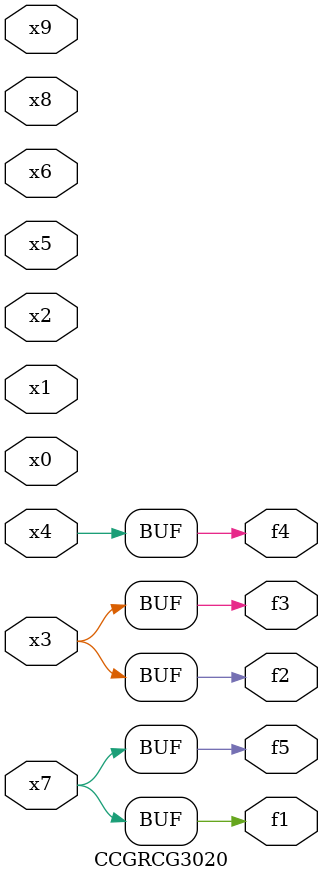
<source format=v>
module CCGRCG3020(
	input x0, x1, x2, x3, x4, x5, x6, x7, x8, x9,
	output f1, f2, f3, f4, f5
);
	assign f1 = x7;
	assign f2 = x3;
	assign f3 = x3;
	assign f4 = x4;
	assign f5 = x7;
endmodule

</source>
